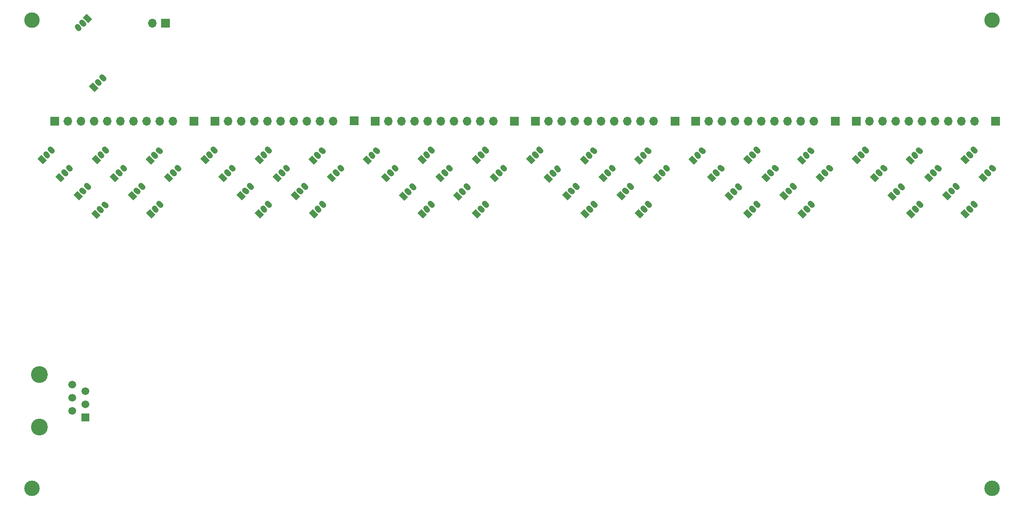
<source format=gbs>
G04 #@! TF.GenerationSoftware,KiCad,Pcbnew,5.1.5+dfsg1-2build2*
G04 #@! TF.CreationDate,2021-09-03T15:31:20+02:00*
G04 #@! TF.ProjectId,Nixie clock tubes driver,4e697869-6520-4636-9c6f-636b20747562,rev?*
G04 #@! TF.SameCoordinates,Original*
G04 #@! TF.FileFunction,Soldermask,Bot*
G04 #@! TF.FilePolarity,Negative*
%FSLAX46Y46*%
G04 Gerber Fmt 4.6, Leading zero omitted, Abs format (unit mm)*
G04 Created by KiCad (PCBNEW 5.1.5+dfsg1-2build2) date 2021-09-03 15:31:20*
%MOMM*%
%LPD*%
G04 APERTURE LIST*
%ADD10C,3.000000*%
%ADD11C,1.050000*%
%ADD12C,0.100000*%
%ADD13R,1.520000X1.520000*%
%ADD14C,3.250000*%
%ADD15C,1.520000*%
%ADD16O,1.700000X1.700000*%
%ADD17R,1.700000X1.700000*%
G04 APERTURE END LIST*
D10*
X33700000Y-25900000D03*
D11*
X46340901Y-37840901D02*
X46659099Y-38159099D01*
X47238926Y-36942876D02*
X47557124Y-37261074D01*
D12*
G36*
X45761073Y-39799587D02*
G01*
X44700413Y-38738927D01*
X45442875Y-37996465D01*
X46503535Y-39057125D01*
X45761073Y-39799587D01*
G37*
D11*
X141340901Y-62340901D02*
X141659099Y-62659099D01*
X142238926Y-61442876D02*
X142557124Y-61761074D01*
D12*
G36*
X140761073Y-64299587D02*
G01*
X139700413Y-63238927D01*
X140442875Y-62496465D01*
X141503535Y-63557125D01*
X140761073Y-64299587D01*
G37*
D11*
X165840901Y-55340901D02*
X166159099Y-55659099D01*
X166738926Y-54442876D02*
X167057124Y-54761074D01*
D12*
G36*
X165261073Y-57299587D02*
G01*
X164200413Y-56238927D01*
X164942875Y-55496465D01*
X166003535Y-56557125D01*
X165261073Y-57299587D01*
G37*
D11*
X176340901Y-55340901D02*
X176659099Y-55659099D01*
X177238926Y-54442876D02*
X177557124Y-54761074D01*
D12*
G36*
X175761073Y-57299587D02*
G01*
X174700413Y-56238927D01*
X175442875Y-55496465D01*
X176503535Y-56557125D01*
X175761073Y-57299587D01*
G37*
D11*
X155340901Y-55340901D02*
X155659099Y-55659099D01*
X156238926Y-54442876D02*
X156557124Y-54761074D01*
D12*
G36*
X154761073Y-57299587D02*
G01*
X153700413Y-56238927D01*
X154442875Y-55496465D01*
X155503535Y-56557125D01*
X154761073Y-57299587D01*
G37*
G36*
X147761073Y-60799587D02*
G01*
X146700413Y-59738927D01*
X147442875Y-58996465D01*
X148503535Y-60057125D01*
X147761073Y-60799587D01*
G37*
D11*
X149238926Y-57942876D02*
X149557124Y-58261074D01*
X148340901Y-58840901D02*
X148659099Y-59159099D01*
D12*
G36*
X140659099Y-53901561D02*
G01*
X139598439Y-52840901D01*
X140340901Y-52098439D01*
X141401561Y-53159099D01*
X140659099Y-53901561D01*
G37*
D11*
X142136952Y-51044850D02*
X142455150Y-51363048D01*
X141238927Y-51942875D02*
X141557125Y-52261073D01*
D12*
G36*
X123261073Y-57299587D02*
G01*
X122200413Y-56238927D01*
X122942875Y-55496465D01*
X124003535Y-56557125D01*
X123261073Y-57299587D01*
G37*
D11*
X124738926Y-54442876D02*
X125057124Y-54761074D01*
X123840901Y-55340901D02*
X124159099Y-55659099D01*
D12*
G36*
X88159099Y-53901561D02*
G01*
X87098439Y-52840901D01*
X87840901Y-52098439D01*
X88901561Y-53159099D01*
X88159099Y-53901561D01*
G37*
D11*
X89636952Y-51044850D02*
X89955150Y-51363048D01*
X88738927Y-51942875D02*
X89057125Y-52261073D01*
D12*
G36*
X46159099Y-64401561D02*
G01*
X45098439Y-63340901D01*
X45840901Y-62598439D01*
X46901561Y-63659099D01*
X46159099Y-64401561D01*
G37*
D11*
X47636952Y-61544850D02*
X47955150Y-61863048D01*
X46738927Y-62442875D02*
X47057125Y-62761073D01*
D13*
X44000000Y-102800000D03*
D14*
X35110000Y-104710000D03*
D15*
X41460000Y-101530000D03*
X44000000Y-100260000D03*
X41460000Y-98990000D03*
X44000000Y-97720000D03*
X41460000Y-96450000D03*
D14*
X35110000Y-94550000D03*
D16*
X56960000Y-26500000D03*
D17*
X59500000Y-26500000D03*
D10*
X33700000Y-116500000D03*
X219300000Y-116500000D03*
X219300000Y-25900000D03*
D11*
X36340901Y-51840901D02*
X36659099Y-52159099D01*
X37238926Y-50942876D02*
X37557124Y-51261074D01*
D12*
G36*
X35761073Y-53799587D02*
G01*
X34700413Y-52738927D01*
X35442875Y-51996465D01*
X36503535Y-53057125D01*
X35761073Y-53799587D01*
G37*
G36*
X39261073Y-57299587D02*
G01*
X38200413Y-56238927D01*
X38942875Y-55496465D01*
X40003535Y-56557125D01*
X39261073Y-57299587D01*
G37*
D11*
X40738926Y-54442876D02*
X41057124Y-54761074D01*
X39840901Y-55340901D02*
X40159099Y-55659099D01*
X43340901Y-58840901D02*
X43659099Y-59159099D01*
X44238926Y-57942876D02*
X44557124Y-58261074D01*
D12*
G36*
X42761073Y-60799587D02*
G01*
X41700413Y-59738927D01*
X42442875Y-58996465D01*
X43503535Y-60057125D01*
X42761073Y-60799587D01*
G37*
D11*
X46840901Y-51840901D02*
X47159099Y-52159099D01*
X47738926Y-50942876D02*
X48057124Y-51261074D01*
D12*
G36*
X46261073Y-53799587D02*
G01*
X45200413Y-52738927D01*
X45942875Y-51996465D01*
X47003535Y-53057125D01*
X46261073Y-53799587D01*
G37*
G36*
X49761073Y-57299587D02*
G01*
X48700413Y-56238927D01*
X49442875Y-55496465D01*
X50503535Y-56557125D01*
X49761073Y-57299587D01*
G37*
D11*
X51238926Y-54442876D02*
X51557124Y-54761074D01*
X50340901Y-55340901D02*
X50659099Y-55659099D01*
D12*
G36*
X53261073Y-60799587D02*
G01*
X52200413Y-59738927D01*
X52942875Y-58996465D01*
X54003535Y-60057125D01*
X53261073Y-60799587D01*
G37*
D11*
X54738926Y-57942876D02*
X55057124Y-58261074D01*
X53840901Y-58840901D02*
X54159099Y-59159099D01*
X57340901Y-62340901D02*
X57659099Y-62659099D01*
X58238926Y-61442876D02*
X58557124Y-61761074D01*
D12*
G36*
X56761073Y-64299587D02*
G01*
X55700413Y-63238927D01*
X56442875Y-62496465D01*
X57503535Y-63557125D01*
X56761073Y-64299587D01*
G37*
G36*
X56659099Y-53901561D02*
G01*
X55598439Y-52840901D01*
X56340901Y-52098439D01*
X57401561Y-53159099D01*
X56659099Y-53901561D01*
G37*
D11*
X58136952Y-51044850D02*
X58455150Y-51363048D01*
X57238927Y-51942875D02*
X57557125Y-52261073D01*
X60840901Y-55340901D02*
X61159099Y-55659099D01*
X61738926Y-54442876D02*
X62057124Y-54761074D01*
D12*
G36*
X60261073Y-57299587D02*
G01*
X59200413Y-56238927D01*
X59942875Y-55496465D01*
X61003535Y-56557125D01*
X60261073Y-57299587D01*
G37*
G36*
X67261073Y-53799587D02*
G01*
X66200413Y-52738927D01*
X66942875Y-51996465D01*
X68003535Y-53057125D01*
X67261073Y-53799587D01*
G37*
D11*
X68738926Y-50942876D02*
X69057124Y-51261074D01*
X67840901Y-51840901D02*
X68159099Y-52159099D01*
X71340901Y-55340901D02*
X71659099Y-55659099D01*
X72238926Y-54442876D02*
X72557124Y-54761074D01*
D12*
G36*
X70761073Y-57299587D02*
G01*
X69700413Y-56238927D01*
X70442875Y-55496465D01*
X71503535Y-56557125D01*
X70761073Y-57299587D01*
G37*
G36*
X74261073Y-60799587D02*
G01*
X73200413Y-59738927D01*
X73942875Y-58996465D01*
X75003535Y-60057125D01*
X74261073Y-60799587D01*
G37*
D11*
X75738926Y-57942876D02*
X76057124Y-58261074D01*
X74840901Y-58840901D02*
X75159099Y-59159099D01*
X78340901Y-62340901D02*
X78659099Y-62659099D01*
X79238926Y-61442876D02*
X79557124Y-61761074D01*
D12*
G36*
X77761073Y-64299587D02*
G01*
X76700413Y-63238927D01*
X77442875Y-62496465D01*
X78503535Y-63557125D01*
X77761073Y-64299587D01*
G37*
G36*
X77761073Y-53799587D02*
G01*
X76700413Y-52738927D01*
X77442875Y-51996465D01*
X78503535Y-53057125D01*
X77761073Y-53799587D01*
G37*
D11*
X79238926Y-50942876D02*
X79557124Y-51261074D01*
X78340901Y-51840901D02*
X78659099Y-52159099D01*
D12*
G36*
X81261073Y-57299587D02*
G01*
X80200413Y-56238927D01*
X80942875Y-55496465D01*
X82003535Y-56557125D01*
X81261073Y-57299587D01*
G37*
D11*
X82738926Y-54442876D02*
X83057124Y-54761074D01*
X81840901Y-55340901D02*
X82159099Y-55659099D01*
X85340901Y-58840901D02*
X85659099Y-59159099D01*
X86238926Y-57942876D02*
X86557124Y-58261074D01*
D12*
G36*
X84761073Y-60799587D02*
G01*
X83700413Y-59738927D01*
X84442875Y-58996465D01*
X85503535Y-60057125D01*
X84761073Y-60799587D01*
G37*
D11*
X88840901Y-62340901D02*
X89159099Y-62659099D01*
X89738926Y-61442876D02*
X90057124Y-61761074D01*
D12*
G36*
X88261073Y-64299587D02*
G01*
X87200413Y-63238927D01*
X87942875Y-62496465D01*
X89003535Y-63557125D01*
X88261073Y-64299587D01*
G37*
G36*
X91761073Y-57299587D02*
G01*
X90700413Y-56238927D01*
X91442875Y-55496465D01*
X92503535Y-56557125D01*
X91761073Y-57299587D01*
G37*
D11*
X93238926Y-54442876D02*
X93557124Y-54761074D01*
X92340901Y-55340901D02*
X92659099Y-55659099D01*
D12*
G36*
X98659099Y-53901561D02*
G01*
X97598439Y-52840901D01*
X98340901Y-52098439D01*
X99401561Y-53159099D01*
X98659099Y-53901561D01*
G37*
D11*
X100136952Y-51044850D02*
X100455150Y-51363048D01*
X99238927Y-51942875D02*
X99557125Y-52261073D01*
X102840901Y-55340901D02*
X103159099Y-55659099D01*
X103738926Y-54442876D02*
X104057124Y-54761074D01*
D12*
G36*
X102261073Y-57299587D02*
G01*
X101200413Y-56238927D01*
X101942875Y-55496465D01*
X103003535Y-56557125D01*
X102261073Y-57299587D01*
G37*
G36*
X105659099Y-60901561D02*
G01*
X104598439Y-59840901D01*
X105340901Y-59098439D01*
X106401561Y-60159099D01*
X105659099Y-60901561D01*
G37*
D11*
X107136952Y-58044850D02*
X107455150Y-58363048D01*
X106238927Y-58942875D02*
X106557125Y-59261073D01*
X109840901Y-62340901D02*
X110159099Y-62659099D01*
X110738926Y-61442876D02*
X111057124Y-61761074D01*
D12*
G36*
X109261073Y-64299587D02*
G01*
X108200413Y-63238927D01*
X108942875Y-62496465D01*
X110003535Y-63557125D01*
X109261073Y-64299587D01*
G37*
D11*
X109840901Y-51840901D02*
X110159099Y-52159099D01*
X110738926Y-50942876D02*
X111057124Y-51261074D01*
D12*
G36*
X109261073Y-53799587D02*
G01*
X108200413Y-52738927D01*
X108942875Y-51996465D01*
X110003535Y-53057125D01*
X109261073Y-53799587D01*
G37*
G36*
X112761073Y-57299587D02*
G01*
X111700413Y-56238927D01*
X112442875Y-55496465D01*
X113503535Y-56557125D01*
X112761073Y-57299587D01*
G37*
D11*
X114238926Y-54442876D02*
X114557124Y-54761074D01*
X113340901Y-55340901D02*
X113659099Y-55659099D01*
D12*
G36*
X116159099Y-60901561D02*
G01*
X115098439Y-59840901D01*
X115840901Y-59098439D01*
X116901561Y-60159099D01*
X116159099Y-60901561D01*
G37*
D11*
X117636952Y-58044850D02*
X117955150Y-58363048D01*
X116738927Y-58942875D02*
X117057125Y-59261073D01*
D12*
G36*
X119761073Y-64299587D02*
G01*
X118700413Y-63238927D01*
X119442875Y-62496465D01*
X120503535Y-63557125D01*
X119761073Y-64299587D01*
G37*
D11*
X121238926Y-61442876D02*
X121557124Y-61761074D01*
X120340901Y-62340901D02*
X120659099Y-62659099D01*
X120340901Y-51840901D02*
X120659099Y-52159099D01*
X121238926Y-50942876D02*
X121557124Y-51261074D01*
D12*
G36*
X119761073Y-53799587D02*
G01*
X118700413Y-52738927D01*
X119442875Y-51996465D01*
X120503535Y-53057125D01*
X119761073Y-53799587D01*
G37*
D11*
X130840901Y-51840901D02*
X131159099Y-52159099D01*
X131738926Y-50942876D02*
X132057124Y-51261074D01*
D12*
G36*
X130261073Y-53799587D02*
G01*
X129200413Y-52738927D01*
X129942875Y-51996465D01*
X131003535Y-53057125D01*
X130261073Y-53799587D01*
G37*
G36*
X133659099Y-57401561D02*
G01*
X132598439Y-56340901D01*
X133340901Y-55598439D01*
X134401561Y-56659099D01*
X133659099Y-57401561D01*
G37*
D11*
X135136952Y-54544850D02*
X135455150Y-54863048D01*
X134238927Y-55442875D02*
X134557125Y-55761073D01*
D12*
G36*
X137261073Y-60799587D02*
G01*
X136200413Y-59738927D01*
X136942875Y-58996465D01*
X138003535Y-60057125D01*
X137261073Y-60799587D01*
G37*
D11*
X138738926Y-57942876D02*
X139057124Y-58261074D01*
X137840901Y-58840901D02*
X138159099Y-59159099D01*
X144840901Y-55340901D02*
X145159099Y-55659099D01*
X145738926Y-54442876D02*
X146057124Y-54761074D01*
D12*
G36*
X144261073Y-57299587D02*
G01*
X143200413Y-56238927D01*
X143942875Y-55496465D01*
X145003535Y-56557125D01*
X144261073Y-57299587D01*
G37*
D11*
X151840901Y-62340901D02*
X152159099Y-62659099D01*
X152738926Y-61442876D02*
X153057124Y-61761074D01*
D12*
G36*
X151261073Y-64299587D02*
G01*
X150200413Y-63238927D01*
X150942875Y-62496465D01*
X152003535Y-63557125D01*
X151261073Y-64299587D01*
G37*
G36*
X151159099Y-53901561D02*
G01*
X150098439Y-52840901D01*
X150840901Y-52098439D01*
X151901561Y-53159099D01*
X151159099Y-53901561D01*
G37*
D11*
X152636952Y-51044850D02*
X152955150Y-51363048D01*
X151738927Y-51942875D02*
X152057125Y-52261073D01*
D12*
G36*
X161659099Y-53901561D02*
G01*
X160598439Y-52840901D01*
X161340901Y-52098439D01*
X162401561Y-53159099D01*
X161659099Y-53901561D01*
G37*
D11*
X163136952Y-51044850D02*
X163455150Y-51363048D01*
X162238927Y-51942875D02*
X162557125Y-52261073D01*
D12*
G36*
X168659099Y-60901561D02*
G01*
X167598439Y-59840901D01*
X168340901Y-59098439D01*
X169401561Y-60159099D01*
X168659099Y-60901561D01*
G37*
D11*
X170136952Y-58044850D02*
X170455150Y-58363048D01*
X169238927Y-58942875D02*
X169557125Y-59261073D01*
X172840901Y-62340901D02*
X173159099Y-62659099D01*
X173738926Y-61442876D02*
X174057124Y-61761074D01*
D12*
G36*
X172261073Y-64299587D02*
G01*
X171200413Y-63238927D01*
X171942875Y-62496465D01*
X173003535Y-63557125D01*
X172261073Y-64299587D01*
G37*
G36*
X172261073Y-53799587D02*
G01*
X171200413Y-52738927D01*
X171942875Y-51996465D01*
X173003535Y-53057125D01*
X172261073Y-53799587D01*
G37*
D11*
X173738926Y-50942876D02*
X174057124Y-51261074D01*
X172840901Y-51840901D02*
X173159099Y-52159099D01*
X179840901Y-58840901D02*
X180159099Y-59159099D01*
X180738926Y-57942876D02*
X181057124Y-58261074D01*
D12*
G36*
X179261073Y-60799587D02*
G01*
X178200413Y-59738927D01*
X178942875Y-58996465D01*
X180003535Y-60057125D01*
X179261073Y-60799587D01*
G37*
D11*
X183340901Y-62340901D02*
X183659099Y-62659099D01*
X184238926Y-61442876D02*
X184557124Y-61761074D01*
D12*
G36*
X182761073Y-64299587D02*
G01*
X181700413Y-63238927D01*
X182442875Y-62496465D01*
X183503535Y-63557125D01*
X182761073Y-64299587D01*
G37*
G36*
X182659099Y-53901561D02*
G01*
X181598439Y-52840901D01*
X182340901Y-52098439D01*
X183401561Y-53159099D01*
X182659099Y-53901561D01*
G37*
D11*
X184136952Y-51044850D02*
X184455150Y-51363048D01*
X183238927Y-51942875D02*
X183557125Y-52261073D01*
X186840901Y-55340901D02*
X187159099Y-55659099D01*
X187738926Y-54442876D02*
X188057124Y-54761074D01*
D12*
G36*
X186261073Y-57299587D02*
G01*
X185200413Y-56238927D01*
X185942875Y-55496465D01*
X187003535Y-56557125D01*
X186261073Y-57299587D01*
G37*
G36*
X193261073Y-53799587D02*
G01*
X192200413Y-52738927D01*
X192942875Y-51996465D01*
X194003535Y-53057125D01*
X193261073Y-53799587D01*
G37*
D11*
X194738926Y-50942876D02*
X195057124Y-51261074D01*
X193840901Y-51840901D02*
X194159099Y-52159099D01*
X197340901Y-55340901D02*
X197659099Y-55659099D01*
X198238926Y-54442876D02*
X198557124Y-54761074D01*
D12*
G36*
X196761073Y-57299587D02*
G01*
X195700413Y-56238927D01*
X196442875Y-55496465D01*
X197503535Y-56557125D01*
X196761073Y-57299587D01*
G37*
G36*
X200159099Y-60901561D02*
G01*
X199098439Y-59840901D01*
X199840901Y-59098439D01*
X200901561Y-60159099D01*
X200159099Y-60901561D01*
G37*
D11*
X201636952Y-58044850D02*
X201955150Y-58363048D01*
X200738927Y-58942875D02*
X201057125Y-59261073D01*
X204340901Y-62340901D02*
X204659099Y-62659099D01*
X205238926Y-61442876D02*
X205557124Y-61761074D01*
D12*
G36*
X203761073Y-64299587D02*
G01*
X202700413Y-63238927D01*
X203442875Y-62496465D01*
X204503535Y-63557125D01*
X203761073Y-64299587D01*
G37*
G36*
X203659099Y-53901561D02*
G01*
X202598439Y-52840901D01*
X203340901Y-52098439D01*
X204401561Y-53159099D01*
X203659099Y-53901561D01*
G37*
D11*
X205136952Y-51044850D02*
X205455150Y-51363048D01*
X204238927Y-51942875D02*
X204557125Y-52261073D01*
X207840901Y-55340901D02*
X208159099Y-55659099D01*
X208738926Y-54442876D02*
X209057124Y-54761074D01*
D12*
G36*
X207261073Y-57299587D02*
G01*
X206200413Y-56238927D01*
X206942875Y-55496465D01*
X208003535Y-56557125D01*
X207261073Y-57299587D01*
G37*
G36*
X210761073Y-60799587D02*
G01*
X209700413Y-59738927D01*
X210442875Y-58996465D01*
X211503535Y-60057125D01*
X210761073Y-60799587D01*
G37*
D11*
X212238926Y-57942876D02*
X212557124Y-58261074D01*
X211340901Y-58840901D02*
X211659099Y-59159099D01*
X214840901Y-62340901D02*
X215159099Y-62659099D01*
X215738926Y-61442876D02*
X216057124Y-61761074D01*
D12*
G36*
X214261073Y-64299587D02*
G01*
X213200413Y-63238927D01*
X213942875Y-62496465D01*
X215003535Y-63557125D01*
X214261073Y-64299587D01*
G37*
G36*
X214261073Y-53799587D02*
G01*
X213200413Y-52738927D01*
X213942875Y-51996465D01*
X215003535Y-53057125D01*
X214261073Y-53799587D01*
G37*
D11*
X215738926Y-50942876D02*
X216057124Y-51261074D01*
X214840901Y-51840901D02*
X215159099Y-52159099D01*
X218340901Y-55340901D02*
X218659099Y-55659099D01*
X219238926Y-54442876D02*
X219557124Y-54761074D01*
D12*
G36*
X217761073Y-57299587D02*
G01*
X216700413Y-56238927D01*
X217442875Y-55496465D01*
X218503535Y-56557125D01*
X217761073Y-57299587D01*
G37*
G36*
X44238927Y-24700413D02*
G01*
X45299587Y-25761073D01*
X44557125Y-26503535D01*
X43496465Y-25442875D01*
X44238927Y-24700413D01*
G37*
D11*
X42761074Y-27557124D02*
X42442876Y-27238926D01*
X43659099Y-26659099D02*
X43340901Y-26340901D01*
D17*
X38050000Y-45500000D03*
D16*
X40590000Y-45500000D03*
X43130000Y-45500000D03*
X45670000Y-45500000D03*
X48210000Y-45500000D03*
X50750000Y-45500000D03*
X53290000Y-45500000D03*
X55830000Y-45500000D03*
X58370000Y-45500000D03*
X60910000Y-45500000D03*
D17*
X65000000Y-45500000D03*
D16*
X91930000Y-45500000D03*
X89390000Y-45500000D03*
X86850000Y-45500000D03*
X84310000Y-45500000D03*
X81770000Y-45500000D03*
X79230000Y-45500000D03*
X76690000Y-45500000D03*
X74150000Y-45500000D03*
X71610000Y-45500000D03*
D17*
X69070000Y-45500000D03*
X96000000Y-45450000D03*
D16*
X122910000Y-45500000D03*
X120370000Y-45500000D03*
X117830000Y-45500000D03*
X115290000Y-45500000D03*
X112750000Y-45500000D03*
X110210000Y-45500000D03*
X107670000Y-45500000D03*
X105130000Y-45500000D03*
X102590000Y-45500000D03*
D17*
X100050000Y-45500000D03*
X127000000Y-45500000D03*
X131050000Y-45500000D03*
D16*
X133590000Y-45500000D03*
X136130000Y-45500000D03*
X138670000Y-45500000D03*
X141210000Y-45500000D03*
X143750000Y-45500000D03*
X146290000Y-45500000D03*
X148830000Y-45500000D03*
X151370000Y-45500000D03*
X153910000Y-45500000D03*
D17*
X158000000Y-45500000D03*
D16*
X184910000Y-45500000D03*
X182370000Y-45500000D03*
X179830000Y-45500000D03*
X177290000Y-45500000D03*
X174750000Y-45500000D03*
X172210000Y-45500000D03*
X169670000Y-45500000D03*
X167130000Y-45500000D03*
X164590000Y-45500000D03*
D17*
X162050000Y-45500000D03*
X189000000Y-45500000D03*
X193050000Y-45500000D03*
D16*
X195590000Y-45500000D03*
X198130000Y-45500000D03*
X200670000Y-45500000D03*
X203210000Y-45500000D03*
X205750000Y-45500000D03*
X208290000Y-45500000D03*
X210830000Y-45500000D03*
X213370000Y-45500000D03*
X215910000Y-45500000D03*
D17*
X220000000Y-45500000D03*
M02*

</source>
